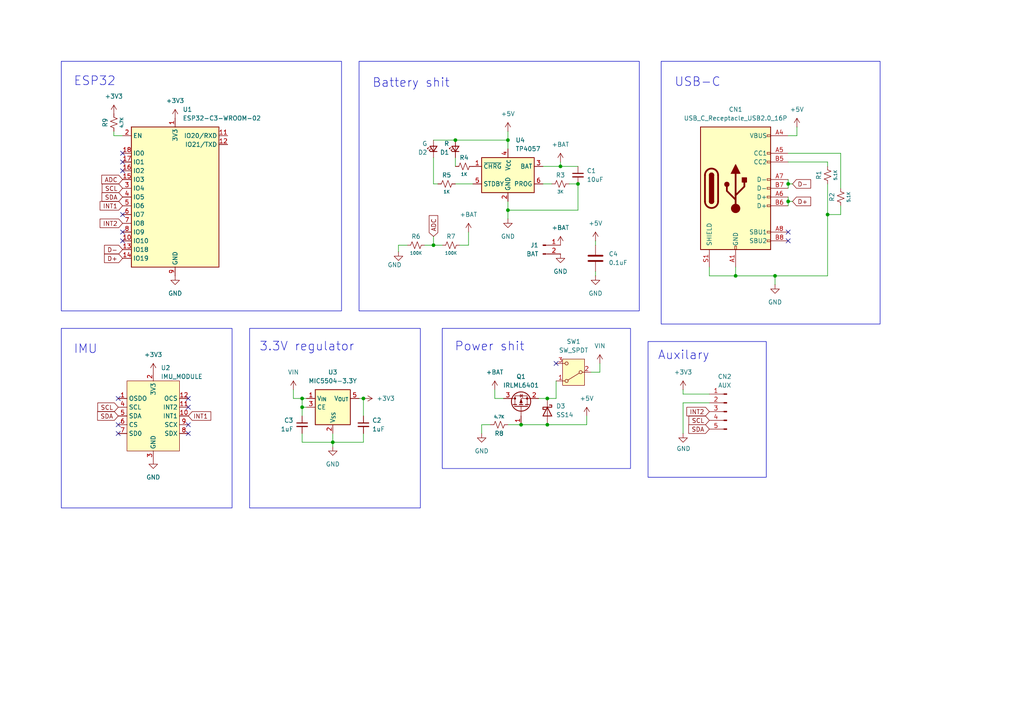
<source format=kicad_sch>
(kicad_sch (version 20231120) (generator "eeschema") (generator_version "8.0")
  (paper "A4")
  (lib_symbols
    (symbol "Battery_Management:TP4057"
      (property "Reference" "U" (at -6.35 6.604 0))
      (property "Value" "TP4057" (at 1.524 6.604 0))
      (symbol "TP4057_0_1"
        (rectangle (start -7.62 5.08) (end 7.62 -5.08) (stroke (width 0.254)) (fill (type background)))
      )
      (symbol "TP4057_1_1"
        (pin open_collector line (at -10.16 2.54 0) (length 2.54) (name "~{CHRG}") (number "1"))
        (pin power_in line (at 0 -7.62 90) (length 2.54) (name "GND") (number "2"))
        (pin power_out line (at 10.16 2.54 180) (length 2.54) (name "BAT") (number "3"))
        (pin power_in line (at 0 7.62 270) (length 2.54) (name "V_{CC}") (number "4"))
        (pin open_collector line (at -10.16 -2.54 0) (length 2.54) (name "STDBY") (number "5"))
        (pin passive line (at 10.16 -2.54 180) (length 2.54) (name "PROG") (number "6"))
      )
    )
    (symbol "Connector:Conn_01x02_Pin" (pin_names (offset 1.016) hide)
      (property "Reference" "J" (at 0 2.54 0))
      (property "Value" "Conn_01x02_Pin" (at 0 -5.08 0))
      (symbol "Conn_01x02_Pin_1_1"
        (polyline (pts (xy 1.27 -2.54) (xy 0.8636 -2.54)) (stroke (width 0.1524)))
        (polyline (pts (xy 1.27 0) (xy 0.8636 0)) (stroke (width 0.1524)))
        (rectangle (start 0.8636 -2.413) (end 0 -2.667) (stroke (width 0.1524)) (fill (type outline)))
        (rectangle (start 0.8636 0.127) (end 0 -0.127) (stroke (width 0.1524)) (fill (type outline)))
        (pin passive line (at 5.08 0 180) (length 3.81) (name "Pin_1") (number "1"))
        (pin passive line (at 5.08 -2.54 180) (length 3.81) (name "Pin_2") (number "2"))
      )
    )
    (symbol "Connector:Conn_01x05_Pin" (pin_names (offset 1.016) hide)
      (property "Reference" "J" (at 0 7.62 0))
      (property "Value" "Conn_01x05_Pin" (at 0 -7.62 0))
      (symbol "Conn_01x05_Pin_1_1"
        (polyline (pts (xy 1.27 -5.08) (xy 0.8636 -5.08)) (stroke (width 0.1524)))
        (polyline (pts (xy 1.27 -2.54) (xy 0.8636 -2.54)) (stroke (width 0.1524)))
        (polyline (pts (xy 1.27 0) (xy 0.8636 0)) (stroke (width 0.1524)))
        (polyline (pts (xy 1.27 2.54) (xy 0.8636 2.54)) (stroke (width 0.1524)))
        (polyline (pts (xy 1.27 5.08) (xy 0.8636 5.08)) (stroke (width 0.1524)))
        (rectangle (start 0.8636 -4.953) (end 0 -5.207) (stroke (width 0.1524)) (fill (type outline)))
        (rectangle (start 0.8636 -2.413) (end 0 -2.667) (stroke (width 0.1524)) (fill (type outline)))
        (rectangle (start 0.8636 0.127) (end 0 -0.127) (stroke (width 0.1524)) (fill (type outline)))
        (rectangle (start 0.8636 2.667) (end 0 2.413) (stroke (width 0.1524)) (fill (type outline)))
        (rectangle (start 0.8636 5.207) (end 0 4.953) (stroke (width 0.1524)) (fill (type outline)))
        (pin passive line (at 5.08 5.08 180) (length 3.81) (name "Pin_1") (number "1"))
        (pin passive line (at 5.08 2.54 180) (length 3.81) (name "Pin_2") (number "2"))
        (pin passive line (at 5.08 0 180) (length 3.81) (name "Pin_3") (number "3"))
        (pin passive line (at 5.08 -2.54 180) (length 3.81) (name "Pin_4") (number "4"))
        (pin passive line (at 5.08 -5.08 180) (length 3.81) (name "Pin_5") (number "5"))
      )
    )
    (symbol "Connector:USB_C_Receptacle_USB2.0_16P" (pin_names (offset 1.016))
      (property "Reference" "J" (at 0 22.225 0))
      (property "Value" "USB_C_Receptacle_USB2.0_16P" (at 0 19.685 0))
      (symbol "USB_C_Receptacle_USB2.0_16P_0_0"
        (rectangle (start -0.254 -17.78) (end 0.254 -16.764))
        (rectangle (start 10.16 -14.986) (end 9.144 -15.494))
        (rectangle (start 10.16 -12.446) (end 9.144 -12.954))
        (rectangle (start 10.16 -4.826) (end 9.144 -5.334))
        (rectangle (start 10.16 -2.286) (end 9.144 -2.794))
        (rectangle (start 10.16 0.254) (end 9.144 -0.254))
        (rectangle (start 10.16 2.794) (end 9.144 2.286))
        (rectangle (start 10.16 7.874) (end 9.144 7.366))
        (rectangle (start 10.16 10.414) (end 9.144 9.906))
        (rectangle (start 10.16 15.494) (end 9.144 14.986))
      )
      (symbol "USB_C_Receptacle_USB2.0_16P_0_1"
        (rectangle (start -10.16 17.78) (end 10.16 -17.78) (stroke (width 0.254)) (fill (type background)))
        (arc (start -8.89 -3.81) (mid -6.985 -5.7067) (end -5.08 -3.81) (stroke (width 0.508)))
        (arc (start -7.62 -3.81) (mid -6.985 -4.4423) (end -6.35 -3.81) (stroke (width 0.254)))
        (arc (start -7.62 -3.81) (mid -6.985 -4.4423) (end -6.35 -3.81) (stroke (width 0.254)) (fill (type outline)))
        (rectangle (start -7.62 -3.81) (end -6.35 3.81) (stroke (width 0.254)) (fill (type outline)))
        (arc (start -6.35 3.81) (mid -6.985 4.4423) (end -7.62 3.81) (stroke (width 0.254)))
        (arc (start -6.35 3.81) (mid -6.985 4.4423) (end -7.62 3.81) (stroke (width 0.254)) (fill (type outline)))
        (arc (start -5.08 3.81) (mid -6.985 5.7067) (end -8.89 3.81) (stroke (width 0.508)))
        (circle (center -2.54 1.143) (radius 0.635) (stroke (width 0.254)) (fill (type outline)))
        (circle (center 0 -5.842) (radius 1.27) (fill (type outline)))
        (polyline (pts (xy -8.89 -3.81) (xy -8.89 3.81)) (stroke (width 0.508)))
        (polyline (pts (xy -5.08 3.81) (xy -5.08 -3.81)) (stroke (width 0.508)))
        (polyline (pts (xy 0 -5.842) (xy 0 4.318)) (stroke (width 0.508)))
        (polyline (pts (xy 0 -3.302) (xy -2.54 -0.762) (xy -2.54 0.508)) (stroke (width 0.508)))
        (polyline (pts (xy 0 -2.032) (xy 2.54 0.508) (xy 2.54 1.778)) (stroke (width 0.508)))
        (polyline (pts (xy -1.27 4.318) (xy 0 6.858) (xy 1.27 4.318) (xy -1.27 4.318)) (stroke (width 0.254)) (fill (type outline)))
        (rectangle (start 1.905 1.778) (end 3.175 3.048) (stroke (width 0.254)) (fill (type outline)))
      )
      (symbol "USB_C_Receptacle_USB2.0_16P_1_1"
        (pin passive line (at 0 -22.86 90) (length 5.08) (name "GND") (number "A1"))
        (pin passive line (at 0 -22.86 90) (length 5.08) hide (name "GND") (number "A12"))
        (pin passive line (at 15.24 15.24 180) (length 5.08) (name "VBUS") (number "A4"))
        (pin bidirectional line (at 15.24 10.16 180) (length 5.08) (name "CC1") (number "A5"))
        (pin bidirectional line (at 15.24 -2.54 180) (length 5.08) (name "D+") (number "A6"))
        (pin bidirectional line (at 15.24 2.54 180) (length 5.08) (name "D-") (number "A7"))
        (pin bidirectional line (at 15.24 -12.7 180) (length 5.08) (name "SBU1") (number "A8"))
        (pin passive line (at 15.24 15.24 180) (length 5.08) hide (name "VBUS") (number "A9"))
        (pin passive line (at 0 -22.86 90) (length 5.08) hide (name "GND") (number "B1"))
        (pin passive line (at 0 -22.86 90) (length 5.08) hide (name "GND") (number "B12"))
        (pin passive line (at 15.24 15.24 180) (length 5.08) hide (name "VBUS") (number "B4"))
        (pin bidirectional line (at 15.24 7.62 180) (length 5.08) (name "CC2") (number "B5"))
        (pin bidirectional line (at 15.24 -5.08 180) (length 5.08) (name "D+") (number "B6"))
        (pin bidirectional line (at 15.24 0 180) (length 5.08) (name "D-") (number "B7"))
        (pin bidirectional line (at 15.24 -15.24 180) (length 5.08) (name "SBU2") (number "B8"))
        (pin passive line (at 15.24 15.24 180) (length 5.08) hide (name "VBUS") (number "B9"))
        (pin passive line (at -7.62 -22.86 90) (length 5.08) (name "SHIELD") (number "S1"))
      )
    )
    (symbol "Device:C" (pin_numbers hide) (pin_names (offset 0.254))
      (property "Reference" "C" (at 0.635 2.54 0))
      (property "Value" "C" (at 0.635 -2.54 0))
      (symbol "C_0_1"
        (polyline (pts (xy -2.032 -0.762) (xy 2.032 -0.762)) (stroke (width 0.508)))
        (polyline (pts (xy -2.032 0.762) (xy 2.032 0.762)) (stroke (width 0.508)))
      )
      (symbol "C_1_1"
        (pin passive line (at 0 3.81 270) (length 2.794) (name "~") (number "1"))
        (pin passive line (at 0 -3.81 90) (length 2.794) (name "~") (number "2"))
      )
    )
    (symbol "Device:C_Small" (pin_numbers hide) (pin_names (offset 0.254) hide)
      (property "Reference" "C" (at 0.254 1.778 0))
      (property "Value" "C_Small" (at 0.254 -2.032 0))
      (symbol "C_Small_0_1"
        (polyline (pts (xy -1.524 -0.508) (xy 1.524 -0.508)) (stroke (width 0.3302)))
        (polyline (pts (xy -1.524 0.508) (xy 1.524 0.508)) (stroke (width 0.3048)))
      )
      (symbol "C_Small_1_1"
        (pin passive line (at 0 2.54 270) (length 2.032) (name "~") (number "1"))
        (pin passive line (at 0 -2.54 90) (length 2.032) (name "~") (number "2"))
      )
    )
    (symbol "Device:D_Schottky" (pin_numbers hide) (pin_names (offset 1.016) hide)
      (property "Reference" "D" (at 0 2.54 0))
      (property "Value" "D_Schottky" (at 0 -2.54 0))
      (symbol "D_Schottky_0_1"
        (polyline (pts (xy 1.27 0) (xy -1.27 0)))
        (polyline (pts (xy 1.27 1.27) (xy 1.27 -1.27) (xy -1.27 0) (xy 1.27 1.27)) (stroke (width 0.254)))
        (polyline (pts (xy -1.905 0.635) (xy -1.905 1.27) (xy -1.27 1.27) (xy -1.27 -1.27) (xy -0.635 -1.27) (xy -0.635 -0.635)) (stroke (width 0.254)))
      )
      (symbol "D_Schottky_1_1"
        (pin passive line (at -3.81 0 0) (length 2.54) (name "K") (number "1"))
        (pin passive line (at 3.81 0 180) (length 2.54) (name "A") (number "2"))
      )
    )
    (symbol "Device:LED_Small" (pin_numbers hide) (pin_names (offset 0.254) hide)
      (property "Reference" "D" (at -1.27 3.175 0))
      (property "Value" "LED_Small" (at -4.445 -2.54 0))
      (symbol "LED_Small_0_1"
        (polyline (pts (xy -0.762 -1.016) (xy -0.762 1.016)) (stroke (width 0.254)))
        (polyline (pts (xy 1.016 0) (xy -0.762 0)))
        (polyline (pts (xy 0.762 -1.016) (xy -0.762 0) (xy 0.762 1.016) (xy 0.762 -1.016)) (stroke (width 0.254)))
        (polyline (pts (xy 0 0.762) (xy -0.508 1.27) (xy -0.254 1.27) (xy -0.508 1.27) (xy -0.508 1.016)))
        (polyline (pts (xy 0.508 1.27) (xy 0 1.778) (xy 0.254 1.778) (xy 0 1.778) (xy 0 1.524)))
      )
      (symbol "LED_Small_1_1"
        (pin passive line (at -2.54 0 0) (length 1.778) (name "K") (number "1"))
        (pin passive line (at 2.54 0 180) (length 1.778) (name "A") (number "2"))
      )
    )
    (symbol "Device:R_Small_US" (pin_numbers hide) (pin_names (offset 0.254) hide)
      (property "Reference" "R" (at 0.762 0.508 0))
      (property "Value" "R_Small_US" (at 0.762 -1.016 0))
      (symbol "R_Small_US_1_1"
        (polyline (pts (xy 0 0) (xy 1.016 -0.381) (xy 0 -0.762) (xy -1.016 -1.143) (xy 0 -1.524)))
        (polyline (pts (xy 0 1.524) (xy 1.016 1.143) (xy 0 0.762) (xy -1.016 0.381) (xy 0 0)))
        (pin passive line (at 0 2.54 270) (length 1.016) (name "~") (number "1"))
        (pin passive line (at 0 -2.54 90) (length 1.016) (name "~") (number "2"))
      )
    )
    (symbol "GummySlime:BMI160"
      (property "Reference" "U" (at -7.62 10.668 0))
      (symbol "BMI160_1_1"
        (rectangle (start -7.62 10.16) (end 7.62 -10.16) (fill (type background)))
        (pin input line (at -10.16 5.08 0) (length 2.54) (name "OSDO") (number "1"))
        (pin input line (at 10.16 0 180) (length 2.54) (name "INT1") (number "10"))
        (pin input line (at 10.16 2.54 180) (length 2.54) (name "INT2") (number "11"))
        (pin input line (at 10.16 5.08 180) (length 2.54) (name "OCS") (number "12"))
        (pin power_in line (at 0 12.7 270) (length 2.54) (name "3V3") (number "2"))
        (pin power_in line (at 0 -12.7 90) (length 2.54) (name "GND") (number "3"))
        (pin input line (at -10.16 2.54 0) (length 2.54) (name "SCL") (number "4"))
        (pin input line (at -10.16 0 0) (length 2.54) (name "SDA") (number "5"))
        (pin input line (at -10.16 -2.54 0) (length 2.54) (name "CS") (number "6"))
        (pin input line (at -10.16 -5.08 0) (length 2.54) (name "SD0") (number "7"))
        (pin input line (at 10.16 -5.08 180) (length 2.54) (name "SDX") (number "8"))
        (pin input line (at 10.16 -2.54 180) (length 2.54) (name "SCX") (number "9"))
      )
    )
    (symbol "RF_Module:ESP32-C3-WROOM-02"
      (property "Reference" "U" (at -12.192 21.336 0))
      (property "Value" "ESP32-C3-WROOM-02" (at 12.192 21.336 0))
      (symbol "ESP32-C3-WROOM-02_1_1"
        (rectangle (start -12.7 20.32) (end 12.7 -20.32) (stroke (width 0.254)) (fill (type background)))
        (pin power_in line (at 0 22.86 270) (length 2.54) (name "3V3") (number "1"))
        (pin bidirectional line (at -15.24 -12.7 0) (length 2.54) (name "IO10") (number "10"))
        (pin bidirectional line (at 15.24 17.78 180) (length 2.54) (name "IO20/RXD") (number "11"))
        (pin bidirectional line (at 15.24 15.24 180) (length 2.54) (name "IO21/TXD") (number "12"))
        (pin bidirectional line (at -15.24 -15.24 0) (length 2.54) (name "IO18") (number "13"))
        (pin bidirectional line (at -15.24 -17.78 0) (length 2.54) (name "IO19") (number "14"))
        (pin bidirectional line (at -15.24 5.08 0) (length 2.54) (name "IO3") (number "15"))
        (pin bidirectional line (at -15.24 7.62 0) (length 2.54) (name "IO2") (number "16"))
        (pin bidirectional line (at -15.24 10.16 0) (length 2.54) (name "IO1") (number "17"))
        (pin bidirectional line (at -15.24 12.7 0) (length 2.54) (name "IO0") (number "18"))
        (pin passive line (at 0 -22.86 90) (length 2.54) hide (name "GND") (number "19"))
        (pin input line (at -15.24 17.78 0) (length 2.54) (name "EN") (number "2"))
        (pin bidirectional line (at -15.24 2.54 0) (length 2.54) (name "IO4") (number "3"))
        (pin bidirectional line (at -15.24 0 0) (length 2.54) (name "IO5") (number "4"))
        (pin bidirectional line (at -15.24 -2.54 0) (length 2.54) (name "IO6") (number "5"))
        (pin bidirectional line (at -15.24 -5.08 0) (length 2.54) (name "IO7") (number "6"))
        (pin bidirectional line (at -15.24 -7.62 0) (length 2.54) (name "IO8") (number "7"))
        (pin bidirectional line (at -15.24 -10.16 0) (length 2.54) (name "IO9") (number "8"))
        (pin power_in line (at 0 -22.86 90) (length 2.54) (name "GND") (number "9"))
      )
    )
    (symbol "Regulator_Linear:ME6211C33M5"
      (property "Reference" "U" (at -4.572 6.35 0))
      (property "Value" "ME6211C33M5" (at 10.16 8.636 0))
      (symbol "ME6211C33M5_1_1"
        (rectangle (start -5.08 5.08) (end 5.08 -5.08) (stroke (width 0.254)) (fill (type background)))
        (pin power_in line (at -7.62 2.54 0) (length 2.54) (name "V_{IN}") (number "1"))
        (pin power_in line (at 0 -7.62 90) (length 2.54) (name "V_{SS}") (number "2"))
        (pin input line (at -7.62 0 0) (length 2.54) (name "CE") (number "3"))
        (pin no_connect line (at 5.08 0 180) (length 2.54) hide (name "NC") (number "4"))
        (pin power_out line (at 7.62 2.54 180) (length 2.54) (name "V_{OUT}") (number "5"))
      )
    )
    (symbol "Switch:SW_SPDT" (pin_names (offset 0) hide)
      (property "Reference" "SW" (at 0 5.08 0))
      (property "Value" "SW_SPDT" (at 0 -5.08 0))
      (symbol "SW_SPDT_0_1"
        (circle (center -2.032 0) (radius 0.4572))
        (polyline (pts (xy -1.651 0.254) (xy 1.651 2.286)))
        (circle (center 2.032 -2.54) (radius 0.4572))
        (circle (center 2.032 2.54) (radius 0.4572))
      )
      (symbol "SW_SPDT_1_1"
        (rectangle (start -3.175 3.81) (end 3.175 -3.81) (fill (type background)))
        (pin passive line (at 5.08 2.54 180) (length 2.54) (name "A") (number "1"))
        (pin passive line (at -5.08 0 0) (length 2.54) (name "B") (number "2"))
        (pin passive line (at 5.08 -2.54 180) (length 2.54) (name "C") (number "3"))
      )
    )
    (symbol "Transistor_FET:IRLML6401" (pin_names hide)
      (property "Reference" "Q" (at 5.08 1.905 0))
      (property "Value" "IRLML6401" (at 5.08 0 0))
      (symbol "IRLML6401_0_1"
        (polyline (pts (xy 0.254 0) (xy -2.54 0)))
        (polyline (pts (xy 0.254 1.905) (xy 0.254 -1.905)) (stroke (width 0.254)))
        (polyline (pts (xy 0.762 -1.27) (xy 0.762 -2.286)) (stroke (width 0.254)))
        (polyline (pts (xy 0.762 0.508) (xy 0.762 -0.508)) (stroke (width 0.254)))
        (polyline (pts (xy 0.762 2.286) (xy 0.762 1.27)) (stroke (width 0.254)))
        (polyline (pts (xy 2.54 2.54) (xy 2.54 1.778)))
        (polyline (pts (xy 2.54 -2.54) (xy 2.54 0) (xy 0.762 0)))
        (polyline (pts (xy 0.762 1.778) (xy 3.302 1.778) (xy 3.302 -1.778) (xy 0.762 -1.778)))
        (polyline (pts (xy 2.286 0) (xy 1.27 0.381) (xy 1.27 -0.381) (xy 2.286 0)) (fill (type outline)))
        (polyline (pts (xy 2.794 -0.508) (xy 2.921 -0.381) (xy 3.683 -0.381) (xy 3.81 -0.254)))
        (polyline (pts (xy 3.302 -0.381) (xy 2.921 0.254) (xy 3.683 0.254) (xy 3.302 -0.381)))
        (circle (center 1.651 0) (radius 2.794) (stroke (width 0.254)))
        (circle (center 2.54 -1.778) (radius 0.254) (fill (type outline)))
        (circle (center 2.54 1.778) (radius 0.254) (fill (type outline)))
      )
      (symbol "IRLML6401_1_1"
        (pin input line (at -5.08 0 0) (length 2.54) (name "G") (number "1"))
        (pin passive line (at 2.54 -5.08 90) (length 2.54) (name "S") (number "2"))
        (pin passive line (at 2.54 5.08 270) (length 2.54) (name "D") (number "3"))
      )
    )
    (symbol "power:+3V3" (power) (pin_numbers hide) (pin_names (offset 0) hide)
      (property "Value" "+3V3" (at 0 3.556 0))
      (symbol "+3V3_0_1"
        (polyline (pts (xy -0.762 1.27) (xy 0 2.54)))
        (polyline (pts (xy 0 0) (xy 0 2.54)))
        (polyline (pts (xy 0 2.54) (xy 0.762 1.27)))
      )
      (symbol "+3V3_1_1"
        (pin power_in line (at 0 0 90) (length 0) (name "~") (number "1"))
      )
    )
    (symbol "power:+5V" (power) (pin_numbers hide) (pin_names (offset 0) hide)
      (property "Value" "+5V" (at 0 3.556 0))
      (symbol "+5V_0_1"
        (polyline (pts (xy -0.762 1.27) (xy 0 2.54)))
        (polyline (pts (xy 0 0) (xy 0 2.54)))
        (polyline (pts (xy 0 2.54) (xy 0.762 1.27)))
      )
      (symbol "+5V_1_1"
        (pin power_in line (at 0 0 90) (length 0) (name "~") (number "1"))
      )
    )
    (symbol "power:+BATT" (power) (pin_names (offset 0))
      (property "Value" "+BATT" (at 0 3.556 0))
      (symbol "+BATT_0_1"
        (polyline (pts (xy -0.762 1.27) (xy 0 2.54)))
        (polyline (pts (xy 0 0) (xy 0 2.54)))
        (polyline (pts (xy 0 2.54) (xy 0.762 1.27)))
      )
      (symbol "+BATT_1_1"
        (pin power_in line (at 0 0 90) (length 0) hide (name "+BATT") (number "1"))
      )
    )
    (symbol "power:GND" (power) (pin_numbers hide) (pin_names (offset 0) hide)
      (property "Value" "GND" (at 0 -3.81 0))
      (symbol "GND_0_1"
        (polyline (pts (xy 0 0) (xy 0 -1.27) (xy 1.27 -1.27) (xy 0 -2.54) (xy -1.27 -1.27) (xy 0 -1.27)))
      )
      (symbol "GND_1_1"
        (pin power_in line (at 0 0 270) (length 0) (name "~") (number "1"))
      )
    )
  )
  (junction (at 87.63 115.57))
  (junction (at 228.6 58.42))
  (junction (at 87.63 118.11))
  (junction (at 228.6 53.34))
  (junction (at 167.64 53.34))
  (junction (at 151.13 123.19))
  (junction (at 158.75 115.57))
  (junction (at 96.52 128.27))
  (junction (at 240.03 62.23))
  (junction (at 162.56 48.26))
  (junction (at 158.75 123.19))
  (junction (at 125.73 71.12))
  (junction (at 105.41 115.57))
  (junction (at 147.32 40.64))
  (junction (at 132.08 40.64))
  (junction (at 224.79 80.01))
  (junction (at 147.32 60.96))
  (junction (at 213.36 80.01))
  (no_connect (at 35.56 46.99))
  (no_connect (at 54.61 118.11))
  (no_connect (at 54.61 123.19))
  (no_connect (at 161.29 105.41))
  (no_connect (at 54.61 115.57))
  (no_connect (at 35.56 62.23))
  (no_connect (at 54.61 125.73))
  (no_connect (at 35.56 49.53))
  (no_connect (at 35.56 67.31))
  (no_connect (at 34.29 123.19))
  (no_connect (at 228.6 69.85))
  (no_connect (at 35.56 69.85))
  (no_connect (at 228.6 67.31))
  (no_connect (at 34.29 125.73))
  (no_connect (at 35.56 44.45))
  (no_connect (at 34.29 115.57))
  (wire (pts (xy 228.6 46.99) (xy 240.03 46.99)))
  (wire (pts (xy 198.12 116.84) (xy 205.74 116.84)))
  (wire (pts (xy 228.6 52.07) (xy 228.6 53.34)))
  (wire (pts (xy 158.75 123.19) (xy 170.18 123.19)))
  (wire (pts (xy 171.45 107.95) (xy 173.99 107.95)))
  (wire (pts (xy 157.48 53.34) (xy 160.02 53.34)))
  (wire (pts (xy 125.73 40.64) (xy 132.08 40.64)))
  (wire (pts (xy 231.14 36.83) (xy 231.14 39.37)))
  (wire (pts (xy 167.64 53.34) (xy 167.64 60.96)))
  (wire (pts (xy 161.29 110.49) (xy 161.29 115.57)))
  (wire (pts (xy 172.72 80.01) (xy 172.72 78.74)))
  (wire (pts (xy 87.63 118.11) (xy 87.63 120.65)))
  (wire (pts (xy 96.52 128.27) (xy 105.41 128.27)))
  (wire (pts (xy 132.08 40.64) (xy 147.32 40.64)))
  (wire (pts (xy 205.74 77.47) (xy 205.74 80.01)))
  (wire (pts (xy 165.1 53.34) (xy 167.64 53.34)))
  (wire (pts (xy 213.36 80.01) (xy 213.36 77.47)))
  (wire (pts (xy 87.63 115.57) (xy 87.63 118.11)))
  (wire (pts (xy 229.87 53.34) (xy 228.6 53.34)))
  (wire (pts (xy 162.56 48.26) (xy 167.64 48.26)))
  (wire (pts (xy 240.03 46.99) (xy 240.03 48.26)))
  (wire (pts (xy 198.12 113.03) (xy 198.12 114.3)))
  (wire (pts (xy 115.57 71.12) (xy 118.11 71.12)))
  (wire (pts (xy 135.89 71.12) (xy 133.35 71.12)))
  (wire (pts (xy 127 53.34) (xy 125.73 53.34)))
  (wire (pts (xy 147.32 38.1) (xy 147.32 40.64)))
  (wire (pts (xy 240.03 80.01) (xy 240.03 62.23)))
  (wire (pts (xy 135.89 67.31) (xy 135.89 71.12)))
  (wire (pts (xy 162.56 46.99) (xy 162.56 48.26)))
  (wire (pts (xy 158.75 115.57) (xy 161.29 115.57)))
  (wire (pts (xy 104.14 115.57) (xy 105.41 115.57)))
  (wire (pts (xy 151.13 123.19) (xy 158.75 123.19)))
  (wire (pts (xy 147.32 60.96) (xy 147.32 58.42)))
  (wire (pts (xy 125.73 53.34) (xy 125.73 45.72)))
  (wire (pts (xy 88.9 115.57) (xy 87.63 115.57)))
  (wire (pts (xy 170.18 120.65) (xy 170.18 123.19)))
  (wire (pts (xy 240.03 53.34) (xy 240.03 62.23)))
  (wire (pts (xy 198.12 114.3) (xy 205.74 114.3)))
  (wire (pts (xy 147.32 123.19) (xy 151.13 123.19)))
  (wire (pts (xy 224.79 82.55) (xy 224.79 80.01)))
  (wire (pts (xy 229.87 58.42) (xy 228.6 58.42)))
  (wire (pts (xy 143.51 115.57) (xy 146.05 115.57)))
  (wire (pts (xy 213.36 80.01) (xy 224.79 80.01)))
  (wire (pts (xy 87.63 128.27) (xy 87.63 125.73)))
  (wire (pts (xy 205.74 80.01) (xy 213.36 80.01)))
  (wire (pts (xy 143.51 113.03) (xy 143.51 115.57)))
  (wire (pts (xy 96.52 125.73) (xy 96.52 128.27)))
  (wire (pts (xy 228.6 58.42) (xy 228.6 59.69)))
  (wire (pts (xy 96.52 128.27) (xy 87.63 128.27)))
  (wire (pts (xy 243.84 62.23) (xy 240.03 62.23)))
  (wire (pts (xy 142.24 123.19) (xy 139.7 123.19)))
  (wire (pts (xy 147.32 63.5) (xy 147.32 60.96)))
  (wire (pts (xy 33.02 38.1) (xy 33.02 39.37)))
  (wire (pts (xy 198.12 116.84) (xy 198.12 125.73)))
  (wire (pts (xy 147.32 60.96) (xy 167.64 60.96)))
  (wire (pts (xy 228.6 57.15) (xy 228.6 58.42)))
  (wire (pts (xy 243.84 62.23) (xy 243.84 59.69)))
  (wire (pts (xy 139.7 123.19) (xy 139.7 125.73)))
  (wire (pts (xy 85.09 115.57) (xy 87.63 115.57)))
  (wire (pts (xy 132.08 45.72) (xy 132.08 48.26)))
  (wire (pts (xy 243.84 54.61) (xy 243.84 44.45)))
  (wire (pts (xy 243.84 44.45) (xy 228.6 44.45)))
  (wire (pts (xy 96.52 129.54) (xy 96.52 128.27)))
  (wire (pts (xy 172.72 69.85) (xy 172.72 71.12)))
  (wire (pts (xy 105.41 128.27) (xy 105.41 125.73)))
  (wire (pts (xy 115.57 73.025) (xy 115.57 71.12)))
  (wire (pts (xy 125.73 71.12) (xy 128.27 71.12)))
  (wire (pts (xy 157.48 48.26) (xy 162.56 48.26)))
  (wire (pts (xy 87.63 118.11) (xy 88.9 118.11)))
  (wire (pts (xy 156.21 115.57) (xy 158.75 115.57)))
  (wire (pts (xy 228.6 53.34) (xy 228.6 54.61)))
  (wire (pts (xy 123.19 71.12) (xy 125.73 71.12)))
  (wire (pts (xy 231.14 39.37) (xy 228.6 39.37)))
  (wire (pts (xy 132.08 53.34) (xy 137.16 53.34)))
  (wire (pts (xy 125.73 68.58) (xy 125.73 71.12)))
  (wire (pts (xy 105.41 115.57) (xy 105.41 120.65)))
  (wire (pts (xy 85.09 113.03) (xy 85.09 115.57)))
  (wire (pts (xy 33.02 39.37) (xy 35.56 39.37)))
  (wire (pts (xy 147.32 40.64) (xy 147.32 43.18)))
  (wire (pts (xy 224.79 80.01) (xy 240.03 80.01)))
  (wire (pts (xy 173.99 105.41) (xy 173.99 107.95)))
  (rectangle (start 72.39 95.25) (end 121.92 147.32))
  (rectangle (start 187.96 99.06) (end 222.25 138.43))
  (rectangle (start 191.77 17.78) (end 255.27 93.98))
  (rectangle (start 104.14 17.78) (end 185.42 90.17))
  (rectangle (start 17.78 17.78) (end 99.06 90.17))
  (rectangle (start 128.27 95.25) (end 182.88 135.89))
  (rectangle (start 17.78 95.25) (end 67.31 147.32))
  (text "Power shit" (at 131.826 100.584 0) (effects (font (size 2.54 2.54)) (justify left)))
  (text "USB-C" (at 195.58 23.876 0) (effects (font (size 2.54 2.54)) (justify left)))
  (text "3.3V regulator" (at 75.184 100.584 0) (effects (font (size 2.54 2.54)) (justify left)))
  (text "Auxilary" (at 190.754 103.124 0) (effects (font (size 2.54 2.54)) (justify left)))
  (text "ESP32" (at 21.336 23.622 0) (effects (font (size 2.54 2.54)) (justify left)))
  (text "Battery shit" (at 107.95 24.13 0) (effects (font (size 2.54 2.54)) (justify left)))
  (text "IMU" (at 21.336 101.346 0) (effects (font (size 2.54 2.54)) (justify left)))
  (global_label "D+" (shape input) (at 229.87 58.42 0) (property "Intersheetrefs" "${INTERSHEET_REFS}" (effects (hide yes))))
  (global_label "ADC" (shape input) (at 35.56 52.07 180) (property "Intersheetrefs" "${INTERSHEET_REFS}" (effects (hide yes))))
  (global_label "SDA" (shape input) (at 35.56 57.15 180) (property "Intersheetrefs" "${INTERSHEET_REFS}" (effects (hide yes))))
  (global_label "D+" (shape input) (at 35.56 74.93 180) (property "Intersheetrefs" "${INTERSHEET_REFS}" (effects (hide yes))))
  (global_label "D-" (shape input) (at 229.87 53.34 0) (property "Intersheetrefs" "${INTERSHEET_REFS}" (effects (hide yes))))
  (global_label "SDA" (shape input) (at 205.74 124.46 180) (property "Intersheetrefs" "${INTERSHEET_REFS}" (effects (hide yes))))
  (global_label "INT2" (shape input) (at 205.74 119.38 180) (property "Intersheetrefs" "${INTERSHEET_REFS}" (effects (hide yes))))
  (global_label "INT2" (shape input) (at 35.56 64.77 180) (property "Intersheetrefs" "${INTERSHEET_REFS}" (effects (hide yes))))
  (global_label "INT1" (shape input) (at 54.61 120.65 0) (property "Intersheetrefs" "${INTERSHEET_REFS}" (effects (hide yes))))
  (global_label "D-" (shape input) (at 35.56 72.39 180) (property "Intersheetrefs" "${INTERSHEET_REFS}" (effects (hide yes))))
  (global_label "SDA" (shape input) (at 34.29 120.65 180) (property "Intersheetrefs" "${INTERSHEET_REFS}" (effects (hide yes))))
  (global_label "ADC" (shape input) (at 125.73 68.58 90) (property "Intersheetrefs" "${INTERSHEET_REFS}" (effects (hide yes))))
  (global_label "SCL" (shape input) (at 205.74 121.92 180) (property "Intersheetrefs" "${INTERSHEET_REFS}" (effects (hide yes))))
  (global_label "SCL" (shape input) (at 35.56 54.61 180) (property "Intersheetrefs" "${INTERSHEET_REFS}" (effects (hide yes))))
  (global_label "INT1" (shape input) (at 35.56 59.69 180) (property "Intersheetrefs" "${INTERSHEET_REFS}" (effects (hide yes))))
  (global_label "SCL" (shape input) (at 34.29 118.11 180) (property "Intersheetrefs" "${INTERSHEET_REFS}" (effects (hide yes))))
  (symbol (lib_id "Device:C_Small") (at 167.64 50.8 0) (unit 1)
    (property "Reference" "C1" (at 170.18 49.5362 0) (effects (justify left)))
    (property "Value" "10uF" (at 170.18 52.0762 0) (effects (justify left)))
    (property "Footprint" "Capacitor_SMD:C_0603_1608Metric_Pad1.08x0.95mm_HandSolder" (effects (hide yes)))
    (property "Description" "Unpolarized capacitor, small symbol" (effects (hide yes)))
  )
  (symbol (lib_id "Regulator_Linear:ME6211C33M5") (at 96.52 118.11 0) (unit 1)
    (property "Reference" "U3" (at 96.52 107.95 0))
    (property "Value" "MIC5504-3.3Y" (at 96.52 110.49 0))
    (property "Footprint" "Package_TO_SOT_SMD:SOT-23-5_HandSoldering" (effects (hide yes)))
    (property "Datasheet" "https://www.lcsc.com/datasheet/lcsc_datasheet_2304140030_MICRONE-Nanjing-Micro-One-Elec-ME6211C33R5G_C235316.pdf" (effects (hide yes)))
    (property "Description" "500mA low dropout linear regulator, shutdown pin, 6.5V max input voltage, 3.3V fixed positive output, SOT-23-5" (effects (hide yes)))
  )
  (symbol (lib_id "power:+3V3") (at 105.41 115.57 270) (unit 1)
    (property "Reference" "#PWR08" (effects (hide yes)))
    (property "Value" "+3V3" (at 109.22 115.5699 90) (effects (justify left)))
    (property "Description" "Power symbol creates a global label with name \"+3V3\"" (effects (hide yes)))
  )
  (symbol (lib_id "Device:R_Small_US") (at 134.62 48.26 90) (unit 1)
    (property "Reference" "R4" (at 134.62 45.72 90))
    (property "Value" "1K" (at 134.62 50.546 90) (effects (font (size 0.889 0.889))))
    (property "Footprint" "Resistor_SMD:R_0603_1608Metric_Pad0.98x0.95mm_HandSolder" (effects (hide yes)))
    (property "Description" "Resistor, small US symbol" (effects (hide yes)))
  )
  (symbol (lib_id "Connector:Conn_01x05_Pin") (at 210.82 119.38 0) (mirror y) (unit 1)
    (property "Reference" "CN2" (at 210.185 109.22 0))
    (property "Value" "AUX" (at 210.185 111.76 0))
    (property "Footprint" "GummySlime:AUX CONNECTOR" (effects (hide yes)))
    (property "Description" "Generic connector, single row, 01x05, script generated" (effects (hide yes)))
  )
  (symbol (lib_id "Device:R_Small_US") (at 130.81 71.12 90) (unit 1)
    (property "Reference" "R7" (at 130.81 68.58 90))
    (property "Value" "100K" (at 130.81 73.406 90) (effects (font (size 0.889 0.889))))
    (property "Footprint" "Resistor_SMD:R_0603_1608Metric_Pad0.98x0.95mm_HandSolder" (effects (hide yes)))
    (property "Description" "Resistor, small US symbol" (effects (hide yes)))
  )
  (symbol (lib_id "Battery_Management:TP4057") (at 147.32 50.8 0) (unit 1)
    (property "Reference" "U4" (at 149.5141 40.64 0) (effects (justify left)))
    (property "Value" "TP4057" (at 149.5141 43.18 0) (effects (justify left)))
    (property "Footprint" "Package_TO_SOT_SMD:TSOT-23-6" (effects (hide yes)))
    (property "Datasheet" "http://toppwr.com/uploadfile/file/20230304/640302a47b738.pdf" (effects (hide yes)))
    (property "Description" "Constant-current/constant-voltage linear charger for single cell lithium-ion batteries with 2.9V Trickle Charge, 4.5V to 6.5V VDD, -40 to +85 degree Celsius, TSOT-23-5" (effects (hide yes)))
  )
  (symbol (lib_id "power:GND") (at 172.72 80.01 0) (unit 1)
    (property "Reference" "#PWR03" (effects (hide yes)))
    (property "Value" "GND" (at 172.72 85.09 0))
    (property "Description" "Power symbol creates a global label with name \"GND\" , ground" (effects (hide yes)))
  )
  (symbol (lib_id "power:+3V3") (at 44.45 107.95 0) (unit 1)
    (property "Reference" "#PWR09" (effects (hide yes)))
    (property "Value" "+3V3" (at 44.45 102.87 0))
    (property "Description" "Power symbol creates a global label with name \"+3V3\"" (effects (hide yes)))
  )
  (symbol (lib_id "power:GND") (at 147.32 63.5 0) (unit 1)
    (property "Reference" "#PWR04" (effects (hide yes)))
    (property "Value" "GND" (at 147.32 68.58 0))
    (property "Description" "Power symbol creates a global label with name \"GND\" , ground" (effects (hide yes)))
  )
  (symbol (lib_id "Connector:Conn_01x02_Pin") (at 157.48 71.12 0) (unit 1)
    (property "Reference" "J1" (at 156.21 71.12 0) (effects (justify right)))
    (property "Value" "BAT" (at 156.21 73.66 0) (effects (justify right)))
    (property "Footprint" "Connector_PinHeader_2.54mm:PinHeader_1x02_P2.54mm_Vertical" (effects (hide yes)))
    (property "Description" "Generic connector, single row, 01x02, script generated" (effects (hide yes)))
  )
  (symbol (lib_id "Device:LED_Small") (at 132.08 43.18 90) (unit 1)
    (property "Reference" "D1" (at 130.302 44.196 90) (effects (justify left)))
    (property "Value" "R" (at 130.302 41.656 90) (effects (justify left)))
    (property "Footprint" "LED_SMD:LED_0603_1608Metric_Pad1.05x0.95mm_HandSolder" (effects (hide yes)))
    (property "Description" "Light emitting diode, small symbol" (effects (hide yes)))
  )
  (symbol (lib_id "power:+3V3") (at 198.12 113.03 0) (unit 1)
    (property "Reference" "#PWR025" (effects (hide yes)))
    (property "Value" "+3V3" (at 198.12 107.95 0))
    (property "Description" "Power symbol creates a global label with name \"+3V3\"" (effects (hide yes)))
  )
  (symbol (lib_id "power:+BATT") (at 143.51 113.03 0) (unit 1)
    (property "Reference" "#PWR019" (effects (hide yes)))
    (property "Value" "+BAT" (at 143.51 107.95 0))
  )
  (symbol (lib_id "Device:C_Small") (at 87.63 123.19 0) (mirror y) (unit 1)
    (property "Reference" "C3" (at 85.09 121.9262 0) (effects (justify left)))
    (property "Value" "1uF" (at 85.09 124.4662 0) (effects (justify left)))
    (property "Footprint" "Capacitor_SMD:C_0603_1608Metric_Pad1.08x0.95mm_HandSolder" (effects (hide yes)))
    (property "Description" "Unpolarized capacitor, small symbol" (effects (hide yes)))
  )
  (symbol (lib_id "Device:R_Small_US") (at 162.56 53.34 90) (unit 1)
    (property "Reference" "R3" (at 162.56 50.8 90))
    (property "Value" "3K" (at 162.56 55.626 90) (effects (font (size 0.889 0.889))))
    (property "Footprint" "Resistor_SMD:R_0603_1608Metric_Pad0.98x0.95mm_HandSolder" (effects (hide yes)))
    (property "Description" "Resistor, small US symbol" (effects (hide yes)))
  )
  (symbol (lib_id "power:GND") (at 139.7 125.73 0) (unit 1)
    (property "Reference" "#PWR020" (effects (hide yes)))
    (property "Value" "GND" (at 139.7 130.81 0))
    (property "Description" "Power symbol creates a global label with name \"GND\" , ground" (effects (hide yes)))
  )
  (symbol (lib_id "Device:C_Small") (at 105.41 123.19 0) (unit 1)
    (property "Reference" "C2" (at 107.95 121.9262 0) (effects (justify left)))
    (property "Value" "1uF" (at 107.95 124.4662 0) (effects (justify left)))
    (property "Footprint" "Capacitor_SMD:C_0603_1608Metric_Pad1.08x0.95mm_HandSolder" (effects (hide yes)))
    (property "Description" "Unpolarized capacitor, small symbol" (effects (hide yes)))
  )
  (symbol (lib_id "power:+BATT") (at 173.99 105.41 0) (unit 1)
    (property "Reference" "#PWR022" (effects (hide yes)))
    (property "Value" "VIN" (at 173.99 100.33 0))
  )
  (symbol (lib_id "power:+BATT") (at 162.56 46.99 0) (unit 1)
    (property "Reference" "#PWR024" (effects (hide yes)))
    (property "Value" "+BAT" (at 162.56 41.91 0))
  )
  (symbol (lib_id "GummySlime:BMI160") (at 44.45 120.65 0) (unit 1)
    (property "Reference" "U2" (at 46.6441 106.68 0) (effects (justify left)))
    (property "Value" "IMU_MODULE" (at 46.6441 109.22 0) (effects (justify left)))
    (property "Footprint" "GummySlime:BMI_LSM" (effects (hide yes)))
  )
  (symbol (lib_id "power:+5V") (at 231.14 36.83 0) (unit 1)
    (property "Reference" "#PWR06" (effects (hide yes)))
    (property "Value" "+5V" (at 231.14 31.75 0))
    (property "Description" "Power symbol creates a global label with name \"+5V\"" (effects (hide yes)))
  )
  (symbol (lib_id "Device:R_Small_US") (at 33.02 35.56 180) (unit 1)
    (property "Reference" "R9" (at 30.48 35.56 90))
    (property "Value" "4.7K" (at 35.306 35.56 90) (effects (font (size 0.889 0.889))))
    (property "Footprint" "Resistor_SMD:R_0603_1608Metric_Pad0.98x0.95mm_HandSolder" (effects (hide yes)))
    (property "Description" "Resistor, small US symbol" (effects (hide yes)))
  )
  (symbol (lib_id "power:+BATT") (at 85.09 113.03 0) (unit 1)
    (property "Reference" "#PWR01" (effects (hide yes)))
    (property "Value" "VIN" (at 85.09 107.95 0))
  )
  (symbol (lib_id "Device:LED_Small") (at 125.73 43.18 90) (unit 1)
    (property "Reference" "D2" (at 123.952 44.196 90) (effects (justify left)))
    (property "Value" "G" (at 123.952 41.656 90) (effects (justify left)))
    (property "Footprint" "LED_SMD:LED_0603_1608Metric_Pad1.05x0.95mm_HandSolder" (effects (hide yes)))
    (property "Description" "Light emitting diode, small symbol" (effects (hide yes)))
  )
  (symbol (lib_id "Device:R_Small_US") (at 120.65 71.12 90) (unit 1)
    (property "Reference" "R6" (at 120.65 68.58 90))
    (property "Value" "100K" (at 120.65 73.406 90) (effects (font (size 0.889 0.889))))
    (property "Footprint" "Resistor_SMD:R_0603_1608Metric_Pad0.98x0.95mm_HandSolder" (effects (hide yes)))
    (property "Description" "Resistor, small US symbol" (effects (hide yes)))
  )
  (symbol (lib_id "power:GND") (at 50.8 80.01 0) (unit 1)
    (property "Reference" "#PWR013" (effects (hide yes)))
    (property "Value" "GND" (at 50.8 85.09 0))
    (property "Description" "Power symbol creates a global label with name \"GND\" , ground" (effects (hide yes)))
  )
  (symbol (lib_id "power:GND") (at 198.12 125.73 0) (unit 1)
    (property "Reference" "#PWR027" (effects (hide yes)))
    (property "Value" "GND" (at 198.247 130.1242 0))
  )
  (symbol (lib_id "power:GND") (at 115.57 73.025 0) (unit 1)
    (property "Reference" "#PWR014" (effects (hide yes)))
    (property "Value" "GND" (at 112.395 76.835 0) (effects (justify left)))
  )
  (symbol (lib_id "power:GND") (at 224.79 82.55 0) (unit 1)
    (property "Reference" "#PWR016" (effects (hide yes)))
    (property "Value" "GND" (at 224.79 87.63 0))
    (property "Description" "Power symbol creates a global label with name \"GND\" , ground" (effects (hide yes)))
  )
  (symbol (lib_id "Switch:SW_SPDT") (at 166.37 107.95 180) (unit 1)
    (property "Reference" "SW1" (at 166.37 99.06 0))
    (property "Value" "SW_SPDT" (at 166.37 101.6 0))
    (property "Footprint" "Button_Switch_SMD:SW_SPDT_PCM12" (effects (hide yes)))
    (property "Description" "Switch, single pole double throw" (effects (hide yes)))
  )
  (symbol (lib_id "Connector:USB_C_Receptacle_USB2.0_16P") (at 213.36 54.61 0) (unit 1)
    (property "Reference" "CN1" (at 213.36 31.75 0))
    (property "Value" "USB_C_Receptacle_USB2.0_16P" (at 213.36 34.29 0))
    (property "Footprint" "Connector_USB:USB_C_Receptacle_GCT_USB4105-xx-A_16P_TopMnt_Horizontal" (effects (hide yes)))
    (property "Datasheet" "https://www.usb.org/sites/default/files/documents/usb_type-c.zip" (effects (hide yes)))
    (property "Description" "USB 2.0-only 16P Type-C Receptacle connector" (effects (hide yes)))
  )
  (symbol (lib_id "power:GND") (at 96.52 129.54 0) (unit 1)
    (property "Reference" "#PWR07" (effects (hide yes)))
    (property "Value" "GND" (at 96.52 134.62 0))
    (property "Description" "Power symbol creates a global label with name \"GND\" , ground" (effects (hide yes)))
  )
  (symbol (lib_id "power:GND") (at 162.56 73.66 0) (unit 1)
    (property "Reference" "#PWR011" (effects (hide yes)))
    (property "Value" "GND" (at 162.56 78.74 0))
    (property "Description" "Power symbol creates a global label with name \"GND\" , ground" (effects (hide yes)))
  )
  (symbol (lib_id "Device:R_Small_US") (at 240.03 50.8 180) (unit 1)
    (property "Reference" "R1" (at 237.49 50.8 90))
    (property "Value" "5.1K" (at 242.316 50.8 90) (effects (font (size 0.889 0.889))))
    (property "Footprint" "Resistor_SMD:R_0603_1608Metric_Pad0.98x0.95mm_HandSolder" (effects (hide yes)))
    (property "Description" "Resistor, small US symbol" (effects (hide yes)))
  )
  (symbol (lib_id "power:+5V") (at 170.18 120.65 0) (unit 1)
    (property "Reference" "#PWR021" (effects (hide yes)))
    (property "Value" "+5V" (at 170.18 115.57 0))
    (property "Description" "Power symbol creates a global label with name \"+5V\"" (effects (hide yes)))
  )
  (symbol (lib_id "power:+3V3") (at 33.02 33.02 0) (unit 1)
    (property "Reference" "#PWR018" (effects (hide yes)))
    (property "Value" "+3V3" (at 33.02 27.94 0))
    (property "Description" "Power symbol creates a global label with name \"+3V3\"" (effects (hide yes)))
  )
  (symbol (lib_id "power:+5V") (at 147.32 38.1 0) (unit 1)
    (property "Reference" "#PWR05" (effects (hide yes)))
    (property "Value" "+5V" (at 147.32 33.02 0))
    (property "Description" "Power symbol creates a global label with name \"+5V\"" (effects (hide yes)))
  )
  (symbol (lib_id "power:GND") (at 44.45 133.35 0) (unit 1)
    (property "Reference" "#PWR010" (effects (hide yes)))
    (property "Value" "GND" (at 44.45 138.43 0))
    (property "Description" "Power symbol creates a global label with name \"GND\" , ground" (effects (hide yes)))
  )
  (symbol (lib_id "power:+BATT") (at 162.56 71.12 0) (unit 1)
    (property "Reference" "#PWR017" (effects (hide yes)))
    (property "Value" "+BAT" (at 162.56 66.04 0))
  )
  (symbol (lib_id "RF_Module:ESP32-C3-WROOM-02") (at 50.8 57.15 0) (unit 1)
    (property "Reference" "U1" (at 52.9941 31.75 0) (effects (justify left)))
    (property "Value" "ESP32-C3-WROOM-02" (at 52.9941 34.29 0) (effects (justify left)))
    (property "Footprint" "RF_Module:ESP32-C3-WROOM-02" (effects (hide yes)))
    (property "Datasheet" "https://www.espressif.com/sites/default/files/documentation/esp32-c3-wroom-02_datasheet_en.pdf" (effects (hide yes)))
    (property "Description" "802.11 b/g/n Wi­Fi and Bluetooth 5 module, ESP32­C3 SoC, RISC­V microprocessor, On-board antenna" (effects (hide yes)))
  )
  (symbol (lib_id "Transistor_FET:IRLML6401") (at 151.13 118.11 90) (unit 1)
    (property "Reference" "Q1" (at 151.13 109.22 90))
    (property "Value" "IRLML6401" (at 151.13 111.76 90))
    (property "Footprint" "Package_TO_SOT_SMD:SOT-23" (effects (hide yes)))
    (property "Datasheet" "https://www.infineon.com/dgdl/irlml6401pbf.pdf?fileId=5546d462533600a401535668b96d2634" (effects (hide yes)))
    (property "Description" "-4.3A Id, -12V Vds, 50mOhm Rds, P-Channel HEXFET Power MOSFET, SOT-23" (effects (hide yes)))
  )
  (symbol (lib_id "Device:D_Schottky") (at 158.75 119.38 270) (unit 1)
    (property "Reference" "D3" (at 161.29 117.7924 90) (effects (justify left)))
    (property "Value" "SS14" (at 161.29 120.3324 90) (effects (justify left)))
    (property "Footprint" "Diode_SMD:D_SOD-123" (effects (hide yes)))
    (property "Description" "Schottky diode" (effects (hide yes)))
  )
  (symbol (lib_id "Device:R_Small_US") (at 129.54 53.34 90) (unit 1)
    (property "Reference" "R5" (at 129.54 50.8 90))
    (property "Value" "1K" (at 129.54 55.626 90) (effects (font (size 0.889 0.889))))
    (property "Footprint" "Resistor_SMD:R_0603_1608Metric_Pad0.98x0.95mm_HandSolder" (effects (hide yes)))
    (property "Description" "Resistor, small US symbol" (effects (hide yes)))
  )
  (symbol (lib_id "Device:C") (at 172.72 74.93 0) (unit 1)
    (property "Reference" "C4" (at 176.53 73.6599 0) (effects (justify left)))
    (property "Value" "0.1uF" (at 176.53 76.1999 0) (effects (justify left)))
    (property "Footprint" "Capacitor_SMD:C_0603_1608Metric_Pad1.08x0.95mm_HandSolder" (effects (hide yes)))
    (property "Description" "Unpolarized capacitor" (effects (hide yes)))
  )
  (symbol (lib_id "Device:R_Small_US") (at 243.84 57.15 180) (unit 1)
    (property "Reference" "R2" (at 241.3 57.15 90))
    (property "Value" "5.1K" (at 246.126 57.15 90) (effects (font (size 0.889 0.889))))
    (property "Footprint" "Resistor_SMD:R_0603_1608Metric_Pad0.98x0.95mm_HandSolder" (effects (hide yes)))
    (property "Description" "Resistor, small US symbol" (effects (hide yes)))
  )
  (symbol (lib_id "power:+3V3") (at 50.8 34.29 0) (unit 1)
    (property "Reference" "#PWR012" (effects (hide yes)))
    (property "Value" "+3V3" (at 50.8 29.21 0))
    (property "Description" "Power symbol creates a global label with name \"+3V3\"" (effects (hide yes)))
  )
  (symbol (lib_id "power:+5V") (at 172.72 69.85 0) (unit 1)
    (property "Reference" "#PWR023" (effects (hide yes)))
    (property "Value" "+5V" (at 172.72 64.77 0))
    (property "Description" "Power symbol creates a global label with name \"+5V\"" (effects (hide yes)))
  )
  (symbol (lib_id "Device:R_Small_US") (at 144.78 123.19 270) (unit 1)
    (property "Reference" "R8" (at 144.78 125.73 90))
    (property "Value" "4.7K" (at 144.78 120.904 90) (effects (font (size 0.889 0.889))))
    (property "Footprint" "Resistor_SMD:R_0603_1608Metric_Pad0.98x0.95mm_HandSolder" (effects (hide yes)))
    (property "Description" "Resistor, small US symbol" (effects (hide yes)))
  )
  (symbol (lib_id "power:+BATT") (at 135.89 67.31 0) (unit 1)
    (property "Reference" "#PWR015" (effects (hide yes)))
    (property "Value" "+BAT" (at 135.89 62.23 0))
  )
)
</source>
